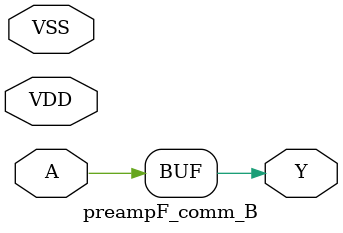
<source format=v>


module preampF_comm_B ( Y, VSS, VDD, A );
  input A;
  output Y;
  inout VDD;
  inout VSS;
  assign Y = A;
endmodule

</source>
